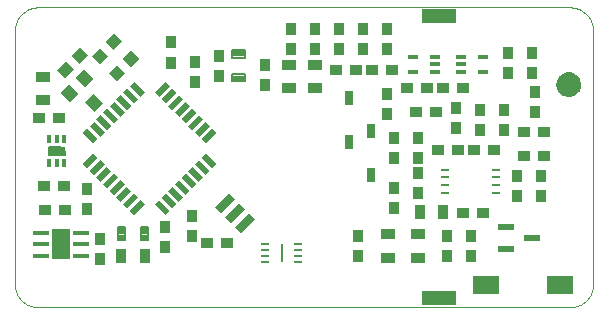
<source format=gtp>
G75*
%MOIN*%
%OFA0B0*%
%FSLAX24Y24*%
%IPPOS*%
%LPD*%
%AMOC8*
5,1,8,0,0,1.08239X$1,22.5*
%
%ADD10C,0.0010*%
%ADD11R,0.0380X0.0400*%
%ADD12R,0.0400X0.0380*%
%ADD13R,0.0355X0.0512*%
%ADD14R,0.0276X0.0472*%
%ADD15R,0.0512X0.0355*%
%ADD16R,0.0315X0.0098*%
%ADD17R,0.0374X0.0142*%
%ADD18R,0.0400X0.0450*%
%ADD19R,0.0276X0.0669*%
%ADD20R,0.0500X0.0210*%
%ADD21R,0.0210X0.0500*%
%ADD22C,0.0079*%
%ADD23R,0.0531X0.0177*%
%ADD24R,0.0630X0.0984*%
%ADD25R,0.0118X0.0276*%
%ADD26C,0.0050*%
%ADD27R,0.0531X0.0256*%
%ADD28R,0.0520X0.0220*%
%ADD29C,0.0000*%
%ADD30R,0.0100X0.0100*%
%ADD31R,0.0906X0.0630*%
%ADD32R,0.1181X0.0500*%
%ADD33R,0.0079X0.0630*%
D10*
X000937Y002139D02*
X013750Y002139D01*
X014950Y002139D01*
X018654Y002139D01*
X018708Y002141D01*
X018761Y002146D01*
X018814Y002155D01*
X018866Y002168D01*
X018918Y002184D01*
X018968Y002204D01*
X019016Y002227D01*
X019063Y002254D01*
X019108Y002283D01*
X019151Y002316D01*
X019191Y002351D01*
X019229Y002389D01*
X019264Y002429D01*
X019297Y002472D01*
X019326Y002517D01*
X019353Y002564D01*
X019376Y002612D01*
X019396Y002662D01*
X019412Y002714D01*
X019425Y002766D01*
X019434Y002819D01*
X019439Y002872D01*
X019441Y002926D01*
X019441Y011352D01*
X019439Y011406D01*
X019434Y011459D01*
X019425Y011512D01*
X019412Y011564D01*
X019396Y011616D01*
X019376Y011666D01*
X019353Y011714D01*
X019326Y011761D01*
X019297Y011806D01*
X019264Y011849D01*
X019229Y011889D01*
X019191Y011927D01*
X019151Y011962D01*
X019108Y011995D01*
X019063Y012024D01*
X019016Y012051D01*
X018968Y012074D01*
X018918Y012094D01*
X018866Y012110D01*
X018814Y012123D01*
X018761Y012132D01*
X018708Y012137D01*
X018654Y012139D01*
X014900Y012139D01*
X013700Y012139D01*
X000937Y012139D01*
X000883Y012137D01*
X000830Y012132D01*
X000777Y012123D01*
X000725Y012110D01*
X000673Y012094D01*
X000623Y012074D01*
X000575Y012051D01*
X000528Y012024D01*
X000483Y011995D01*
X000440Y011962D01*
X000400Y011927D01*
X000362Y011889D01*
X000327Y011849D01*
X000294Y011806D01*
X000265Y011761D01*
X000238Y011714D01*
X000215Y011666D01*
X000195Y011616D01*
X000179Y011564D01*
X000166Y011512D01*
X000157Y011459D01*
X000152Y011406D01*
X000150Y011352D01*
X000150Y002926D01*
X000152Y002872D01*
X000157Y002819D01*
X000166Y002766D01*
X000179Y002714D01*
X000195Y002662D01*
X000215Y002612D01*
X000238Y002564D01*
X000265Y002517D01*
X000294Y002472D01*
X000327Y002429D01*
X000362Y002389D01*
X000400Y002351D01*
X000440Y002316D01*
X000483Y002283D01*
X000528Y002254D01*
X000575Y002227D01*
X000623Y002204D01*
X000673Y002184D01*
X000725Y002168D01*
X000777Y002155D01*
X000830Y002146D01*
X000883Y002141D01*
X000937Y002139D01*
D11*
X003000Y003754D03*
X003000Y004424D03*
X002550Y005404D03*
X002550Y006074D03*
X005150Y004824D03*
X006050Y004504D03*
X005150Y004154D03*
X006050Y005174D03*
X011600Y004524D03*
X011600Y003854D03*
X014550Y003854D03*
X015350Y003854D03*
X015350Y004524D03*
X014550Y004524D03*
X012800Y005454D03*
X013600Y005934D03*
X012800Y006124D03*
X013600Y006604D03*
X013600Y007104D03*
X012800Y007104D03*
X012800Y007774D03*
X013600Y007774D03*
X014850Y008104D03*
X015650Y008054D03*
X016450Y008054D03*
X016450Y008724D03*
X015650Y008724D03*
X014850Y008774D03*
X012570Y008574D03*
X012570Y009244D03*
X012550Y010744D03*
X011750Y010744D03*
X010950Y010744D03*
X010150Y010744D03*
X009350Y010744D03*
X008500Y010224D03*
X008500Y009554D03*
X006950Y009854D03*
X006150Y009663D03*
X005365Y010298D03*
X006150Y010332D03*
X006950Y010524D03*
X005365Y010968D03*
X009350Y011414D03*
X010150Y011414D03*
X010950Y011414D03*
X011750Y011414D03*
X012550Y011414D03*
X016600Y010624D03*
X017400Y010624D03*
X017400Y009954D03*
X016600Y009954D03*
X017500Y009324D03*
X017500Y008654D03*
X017700Y006524D03*
X016900Y006524D03*
X016900Y005854D03*
X017700Y005854D03*
D12*
X015755Y005269D03*
X015085Y005269D03*
X017115Y007189D03*
X017785Y007189D03*
X016135Y007389D03*
X015465Y007389D03*
X014935Y007389D03*
X014265Y007389D03*
X014185Y008639D03*
X013515Y008639D03*
X013235Y009439D03*
X013905Y009439D03*
X014415Y009439D03*
X015085Y009439D03*
X012735Y010039D03*
X012065Y010039D03*
X011535Y010039D03*
X010865Y010039D03*
X017115Y007989D03*
X017785Y007989D03*
X007235Y004289D03*
X006565Y004289D03*
X001835Y005369D03*
X001165Y005369D03*
X001125Y006170D03*
X001794Y006170D03*
X001635Y008439D03*
X000965Y008439D03*
G36*
X003838Y009959D02*
X003556Y009677D01*
X003288Y009945D01*
X003570Y010227D01*
X003838Y009959D01*
G37*
G36*
X004312Y010433D02*
X004030Y010151D01*
X003762Y010419D01*
X004044Y010701D01*
X004312Y010433D01*
G37*
G36*
X003742Y011003D02*
X003460Y010721D01*
X003192Y010989D01*
X003474Y011271D01*
X003742Y011003D01*
G37*
G36*
X003268Y010529D02*
X002986Y010247D01*
X002718Y010515D01*
X003000Y010797D01*
X003268Y010529D01*
G37*
G36*
X002047Y010525D02*
X002329Y010807D01*
X002597Y010539D01*
X002315Y010257D01*
X002047Y010525D01*
G37*
G36*
X001574Y010052D02*
X001856Y010334D01*
X002124Y010066D01*
X001842Y009784D01*
X001574Y010052D01*
G37*
D13*
X013656Y005319D03*
X014444Y005319D03*
X004494Y003839D03*
X003706Y003839D03*
D14*
X011300Y007661D03*
X012040Y008017D03*
X011300Y009117D03*
X012040Y006561D03*
D15*
X012600Y004583D03*
X013600Y004583D03*
X013600Y003795D03*
X012600Y003795D03*
X001088Y009045D03*
X001088Y009833D03*
X009300Y009445D03*
X010150Y009445D03*
X010150Y010233D03*
X009300Y010233D03*
D16*
X014504Y006723D03*
X014504Y006467D03*
X014504Y006211D03*
X014504Y005955D03*
X016196Y005955D03*
X016196Y006211D03*
X016196Y006467D03*
X016196Y006723D03*
X009601Y004234D03*
X009601Y004038D03*
X009601Y003841D03*
X009601Y003644D03*
X008499Y003644D03*
X008499Y003841D03*
X008499Y004038D03*
X008499Y004234D03*
D17*
X013426Y009983D03*
X014174Y009983D03*
X014174Y010239D03*
X014174Y010495D03*
X013426Y010495D03*
X015026Y010495D03*
X015026Y010239D03*
X015026Y009983D03*
X015774Y009983D03*
X015774Y010495D03*
D18*
G36*
X002483Y008973D02*
X002766Y009256D01*
X003083Y008939D01*
X002800Y008656D01*
X002483Y008973D01*
G37*
G36*
X001670Y009291D02*
X001953Y009574D01*
X002270Y009257D01*
X001987Y008974D01*
X001670Y009291D01*
G37*
G36*
X002765Y009752D02*
X002482Y009469D01*
X002165Y009786D01*
X002448Y010069D01*
X002765Y009752D01*
G37*
D19*
G36*
X007028Y005290D02*
X006833Y005485D01*
X007304Y005956D01*
X007499Y005761D01*
X007028Y005290D01*
G37*
G36*
X007362Y004956D02*
X007167Y005151D01*
X007638Y005622D01*
X007833Y005427D01*
X007362Y004956D01*
G37*
G36*
X007696Y004622D02*
X007501Y004817D01*
X007972Y005288D01*
X008167Y005093D01*
X007696Y004622D01*
G37*
D20*
G36*
X005186Y005938D02*
X005539Y005585D01*
X005390Y005436D01*
X005037Y005789D01*
X005186Y005938D01*
G37*
G36*
X005409Y006161D02*
X005762Y005808D01*
X005613Y005659D01*
X005260Y006012D01*
X005409Y006161D01*
G37*
G36*
X005632Y006384D02*
X005985Y006031D01*
X005836Y005882D01*
X005483Y006235D01*
X005632Y006384D01*
G37*
G36*
X005854Y006606D02*
X006207Y006253D01*
X006058Y006104D01*
X005705Y006457D01*
X005854Y006606D01*
G37*
G36*
X006077Y006829D02*
X006430Y006476D01*
X006281Y006327D01*
X005928Y006680D01*
X006077Y006829D01*
G37*
G36*
X006300Y007052D02*
X006653Y006699D01*
X006504Y006550D01*
X006151Y006903D01*
X006300Y007052D01*
G37*
G36*
X006522Y007275D02*
X006875Y006922D01*
X006726Y006773D01*
X006373Y007126D01*
X006522Y007275D01*
G37*
G36*
X003464Y008996D02*
X003817Y008643D01*
X003668Y008494D01*
X003315Y008847D01*
X003464Y008996D01*
G37*
G36*
X003687Y009219D02*
X004040Y008866D01*
X003891Y008717D01*
X003538Y009070D01*
X003687Y009219D01*
G37*
G36*
X003910Y009442D02*
X004263Y009089D01*
X004114Y008940D01*
X003761Y009293D01*
X003910Y009442D01*
G37*
G36*
X004132Y009665D02*
X004485Y009312D01*
X004336Y009163D01*
X003983Y009516D01*
X004132Y009665D01*
G37*
G36*
X003242Y008774D02*
X003595Y008421D01*
X003446Y008272D01*
X003093Y008625D01*
X003242Y008774D01*
G37*
G36*
X003019Y008551D02*
X003372Y008198D01*
X003223Y008049D01*
X002870Y008402D01*
X003019Y008551D01*
G37*
G36*
X002796Y008328D02*
X003149Y007975D01*
X003000Y007826D01*
X002647Y008179D01*
X002796Y008328D01*
G37*
G36*
X002574Y008106D02*
X002927Y007753D01*
X002778Y007604D01*
X002425Y007957D01*
X002574Y008106D01*
G37*
G36*
X004964Y005716D02*
X005317Y005363D01*
X005168Y005214D01*
X004815Y005567D01*
X004964Y005716D01*
G37*
D21*
G36*
X004336Y005716D02*
X004485Y005567D01*
X004132Y005214D01*
X003983Y005363D01*
X004336Y005716D01*
G37*
G36*
X004114Y005938D02*
X004263Y005789D01*
X003910Y005436D01*
X003761Y005585D01*
X004114Y005938D01*
G37*
G36*
X003891Y006161D02*
X004040Y006012D01*
X003687Y005659D01*
X003538Y005808D01*
X003891Y006161D01*
G37*
G36*
X003668Y006384D02*
X003817Y006235D01*
X003464Y005882D01*
X003315Y006031D01*
X003668Y006384D01*
G37*
G36*
X003446Y006606D02*
X003595Y006457D01*
X003242Y006104D01*
X003093Y006253D01*
X003446Y006606D01*
G37*
G36*
X003223Y006829D02*
X003372Y006680D01*
X003019Y006327D01*
X002870Y006476D01*
X003223Y006829D01*
G37*
G36*
X003000Y007052D02*
X003149Y006903D01*
X002796Y006550D01*
X002647Y006699D01*
X003000Y007052D01*
G37*
G36*
X002778Y007275D02*
X002927Y007126D01*
X002574Y006773D01*
X002425Y006922D01*
X002778Y007275D01*
G37*
G36*
X005836Y008996D02*
X005985Y008847D01*
X005632Y008494D01*
X005483Y008643D01*
X005836Y008996D01*
G37*
G36*
X005613Y009219D02*
X005762Y009070D01*
X005409Y008717D01*
X005260Y008866D01*
X005613Y009219D01*
G37*
G36*
X005390Y009442D02*
X005539Y009293D01*
X005186Y008940D01*
X005037Y009089D01*
X005390Y009442D01*
G37*
G36*
X005168Y009665D02*
X005317Y009516D01*
X004964Y009163D01*
X004815Y009312D01*
X005168Y009665D01*
G37*
G36*
X006058Y008774D02*
X006207Y008625D01*
X005854Y008272D01*
X005705Y008421D01*
X006058Y008774D01*
G37*
G36*
X006281Y008551D02*
X006430Y008402D01*
X006077Y008049D01*
X005928Y008198D01*
X006281Y008551D01*
G37*
G36*
X006504Y008328D02*
X006653Y008179D01*
X006300Y007826D01*
X006151Y007975D01*
X006504Y008328D01*
G37*
G36*
X006726Y008106D02*
X006875Y007957D01*
X006522Y007604D01*
X006373Y007753D01*
X006726Y008106D01*
G37*
D22*
X007817Y009677D02*
X007817Y009913D01*
X007817Y009677D02*
X007383Y009677D01*
X007383Y009913D01*
X007817Y009913D01*
X007817Y009755D02*
X007383Y009755D01*
X007383Y009833D02*
X007817Y009833D01*
X007817Y009911D02*
X007383Y009911D01*
X007817Y010465D02*
X007817Y010701D01*
X007817Y010465D02*
X007383Y010465D01*
X007383Y010701D01*
X007817Y010701D01*
X007817Y010543D02*
X007383Y010543D01*
X007383Y010621D02*
X007817Y010621D01*
X007817Y010699D02*
X007383Y010699D01*
X004612Y004372D02*
X004376Y004372D01*
X004376Y004806D01*
X004612Y004806D01*
X004612Y004372D01*
X004612Y004450D02*
X004376Y004450D01*
X004376Y004528D02*
X004612Y004528D01*
X004612Y004606D02*
X004376Y004606D01*
X004376Y004684D02*
X004612Y004684D01*
X004612Y004762D02*
X004376Y004762D01*
X003824Y004372D02*
X003588Y004372D01*
X003588Y004806D01*
X003824Y004806D01*
X003824Y004372D01*
X003824Y004450D02*
X003588Y004450D01*
X003588Y004528D02*
X003824Y004528D01*
X003824Y004606D02*
X003588Y004606D01*
X003588Y004684D02*
X003824Y004684D01*
X003824Y004762D02*
X003588Y004762D01*
D23*
X002357Y004633D03*
X002357Y004239D03*
X002357Y003845D03*
X001018Y003845D03*
X001018Y004239D03*
X001018Y004633D03*
D24*
X001687Y004239D03*
D25*
X001806Y006938D03*
X001550Y006938D03*
X001294Y006938D03*
X001294Y007765D03*
X001550Y007765D03*
X001806Y007765D03*
D26*
X001678Y007480D02*
X001284Y007480D01*
X001284Y007224D01*
X001816Y007224D01*
X001816Y007352D01*
X001678Y007480D01*
X001684Y007474D02*
X001284Y007474D01*
X001284Y007426D02*
X001736Y007426D01*
X001788Y007377D02*
X001284Y007377D01*
X001284Y007329D02*
X001816Y007329D01*
X001816Y007280D02*
X001284Y007280D01*
X001284Y007232D02*
X001816Y007232D01*
X018246Y009494D02*
X018263Y009430D01*
X018291Y009370D01*
X018329Y009316D01*
X018376Y009269D01*
X018430Y009231D01*
X018490Y009203D01*
X018554Y009186D01*
X018620Y009180D01*
X018686Y009186D01*
X018750Y009203D01*
X018810Y009231D01*
X018864Y009269D01*
X018911Y009316D01*
X018949Y009370D01*
X018977Y009430D01*
X018994Y009494D01*
X019000Y009560D01*
X018994Y009626D01*
X018977Y009690D01*
X018949Y009750D01*
X018911Y009805D01*
X018864Y009851D01*
X018810Y009889D01*
X018750Y009917D01*
X018686Y009935D01*
X018620Y009940D01*
X018554Y009935D01*
X018490Y009917D01*
X018430Y009889D01*
X018376Y009851D01*
X018329Y009805D01*
X018291Y009750D01*
X018263Y009690D01*
X018246Y009626D01*
X018240Y009560D01*
X018246Y009494D01*
X018244Y009511D02*
X018996Y009511D01*
X019000Y009560D02*
X018240Y009560D01*
X018244Y009608D02*
X018996Y009608D01*
X018986Y009657D02*
X018254Y009657D01*
X018270Y009705D02*
X018970Y009705D01*
X018947Y009754D02*
X018293Y009754D01*
X018327Y009802D02*
X018913Y009802D01*
X018865Y009851D02*
X018375Y009851D01*
X018451Y009899D02*
X018789Y009899D01*
X018986Y009463D02*
X018254Y009463D01*
X018270Y009414D02*
X018970Y009414D01*
X018946Y009366D02*
X018294Y009366D01*
X018328Y009317D02*
X018912Y009317D01*
X018863Y009269D02*
X018377Y009269D01*
X018454Y009220D02*
X018786Y009220D01*
D27*
X001550Y007352D03*
D28*
X016520Y004809D03*
X017380Y004439D03*
X016520Y004069D03*
D29*
X018420Y009560D02*
X018422Y009588D01*
X018428Y009615D01*
X018437Y009641D01*
X018450Y009666D01*
X018467Y009689D01*
X018486Y009709D01*
X018508Y009726D01*
X018532Y009740D01*
X018558Y009750D01*
X018585Y009757D01*
X018613Y009760D01*
X018641Y009759D01*
X018668Y009754D01*
X018695Y009745D01*
X018720Y009733D01*
X018743Y009718D01*
X018764Y009699D01*
X018782Y009678D01*
X018797Y009654D01*
X018808Y009628D01*
X018816Y009602D01*
X018820Y009574D01*
X018820Y009546D01*
X018816Y009518D01*
X018808Y009492D01*
X018797Y009466D01*
X018782Y009442D01*
X018764Y009421D01*
X018743Y009402D01*
X018720Y009387D01*
X018695Y009375D01*
X018668Y009366D01*
X018641Y009361D01*
X018613Y009360D01*
X018585Y009363D01*
X018558Y009370D01*
X018532Y009380D01*
X018508Y009394D01*
X018486Y009411D01*
X018467Y009431D01*
X018450Y009454D01*
X018437Y009479D01*
X018428Y009505D01*
X018422Y009532D01*
X018420Y009560D01*
D30*
X018620Y009850D03*
D31*
X018340Y002869D03*
X015860Y002869D03*
D32*
X014300Y002439D03*
X014300Y011839D03*
D33*
X009050Y003939D03*
M02*

</source>
